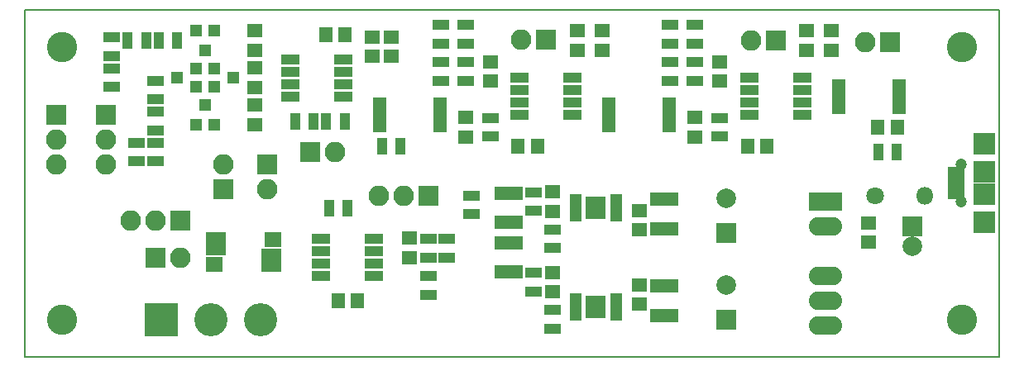
<source format=gbr>
G04 #@! TF.FileFunction,Soldermask,Top*
%FSLAX46Y46*%
G04 Gerber Fmt 4.6, Leading zero omitted, Abs format (unit mm)*
G04 Created by KiCad (PCBNEW 4.0.7) date 03/18/18 13:20:54*
%MOMM*%
%LPD*%
G01*
G04 APERTURE LIST*
%ADD10C,0.100000*%
%ADD11C,0.150000*%
%ADD12R,2.100000X2.100000*%
%ADD13O,2.100000X2.100000*%
%ADD14C,3.100000*%
%ADD15R,2.000000X2.000000*%
%ADD16C,2.000000*%
%ADD17R,1.650000X1.400000*%
%ADD18R,2.900000X1.400000*%
%ADD19R,1.400000X1.650000*%
%ADD20R,1.300000X1.200000*%
%ADD21R,1.200000X1.300000*%
%ADD22R,1.700000X1.100000*%
%ADD23R,1.100000X1.700000*%
%ADD24R,1.400000X3.600000*%
%ADD25R,3.400000X1.900000*%
%ADD26O,3.400000X1.900000*%
%ADD27R,1.290000X0.820000*%
%ADD28R,1.240000X1.340000*%
%ADD29R,1.950000X1.000000*%
%ADD30R,3.400000X3.400000*%
%ADD31C,3.400000*%
%ADD32R,1.800000X0.800000*%
%ADD33C,1.200000*%
%ADD34R,2.300000X2.200000*%
%ADD35R,1.797000X1.543000*%
%ADD36R,2.051000X2.406600*%
%ADD37C,1.800000*%
%ADD38O,1.800000X1.800000*%
G04 APERTURE END LIST*
D10*
D11*
X19050000Y-19050000D02*
X19050000Y-54610000D01*
X118745000Y-19050000D02*
X19050000Y-19050000D01*
X118745000Y-54610000D02*
X118745000Y-19050000D01*
X19050000Y-54610000D02*
X118745000Y-54610000D01*
D12*
X60325000Y-38100000D03*
D13*
X57785000Y-38100000D03*
X55245000Y-38100000D03*
D14*
X114935000Y-50800000D03*
X22860000Y-50800000D03*
X22860000Y-22860000D03*
D15*
X109855000Y-41275000D03*
D16*
X109855000Y-43275000D03*
D17*
X105410000Y-40910000D03*
X105410000Y-42910000D03*
D15*
X90805000Y-50800000D03*
D16*
X90805000Y-47300000D03*
D15*
X90805000Y-41910000D03*
D16*
X90805000Y-38410000D03*
D18*
X84455000Y-50395000D03*
X84455000Y-47395000D03*
X84455000Y-41505000D03*
X84455000Y-38505000D03*
D17*
X81915000Y-49260000D03*
X81915000Y-47260000D03*
X81915000Y-41640000D03*
X81915000Y-39640000D03*
X73025000Y-45990000D03*
X73025000Y-47990000D03*
X73025000Y-39735000D03*
X73025000Y-37735000D03*
D18*
X68580000Y-45950000D03*
X68580000Y-42950000D03*
X68580000Y-40870000D03*
X68580000Y-37870000D03*
D17*
X58420000Y-44450000D03*
X58420000Y-42450000D03*
D19*
X53070000Y-48895000D03*
X51070000Y-48895000D03*
D17*
X42545000Y-21225000D03*
X42545000Y-23225000D03*
X42545000Y-25035000D03*
X42545000Y-27035000D03*
X42545000Y-28845000D03*
X42545000Y-30845000D03*
D19*
X49800000Y-21590000D03*
X51800000Y-21590000D03*
D17*
X56515000Y-23860000D03*
X56515000Y-21860000D03*
X54610000Y-23860000D03*
X54610000Y-21860000D03*
X64135000Y-30115000D03*
X64135000Y-32115000D03*
X66675000Y-24400000D03*
X66675000Y-26400000D03*
X78105000Y-21225000D03*
X78105000Y-23225000D03*
X75565000Y-21225000D03*
X75565000Y-23225000D03*
D19*
X69485000Y-33020000D03*
X71485000Y-33020000D03*
D17*
X87630000Y-30115000D03*
X87630000Y-32115000D03*
X90170000Y-24400000D03*
X90170000Y-26400000D03*
X101600000Y-21225000D03*
X101600000Y-23225000D03*
X99060000Y-21225000D03*
X99060000Y-23225000D03*
D19*
X92980000Y-33020000D03*
X94980000Y-33020000D03*
X108315000Y-31115000D03*
X106315000Y-31115000D03*
D20*
X38370000Y-25085000D03*
X38370000Y-26985000D03*
X40370000Y-26035000D03*
X36560000Y-26985000D03*
X36560000Y-25085000D03*
X34560000Y-26035000D03*
D21*
X38415000Y-21225000D03*
X36515000Y-21225000D03*
X37465000Y-23225000D03*
X36515000Y-30845000D03*
X38415000Y-30845000D03*
X37465000Y-28845000D03*
D12*
X32385000Y-44450000D03*
D13*
X34925000Y-44450000D03*
D12*
X34925000Y-40640000D03*
D13*
X32385000Y-40640000D03*
X29845000Y-40640000D03*
D12*
X39370000Y-37465000D03*
D13*
X39370000Y-34925000D03*
D12*
X43815000Y-34925000D03*
D13*
X43815000Y-37465000D03*
D12*
X27305000Y-29845000D03*
D13*
X27305000Y-32385000D03*
X27305000Y-34925000D03*
D12*
X22225000Y-29845000D03*
D13*
X22225000Y-32385000D03*
X22225000Y-34925000D03*
D12*
X48260000Y-33655000D03*
D13*
X50800000Y-33655000D03*
D22*
X71120000Y-46040000D03*
X71120000Y-47940000D03*
X73025000Y-49850000D03*
X73025000Y-51750000D03*
X73025000Y-43495000D03*
X73025000Y-41595000D03*
X71120000Y-39685000D03*
X71120000Y-37785000D03*
X64770000Y-38105000D03*
X64770000Y-40005000D03*
X62230000Y-42550000D03*
X62230000Y-44450000D03*
X60325000Y-48260000D03*
X60325000Y-46360000D03*
X60325000Y-44450000D03*
X60325000Y-42550000D03*
D23*
X52070000Y-39370000D03*
X50170000Y-39370000D03*
X31430000Y-22225000D03*
X29530000Y-22225000D03*
D22*
X27940000Y-23810000D03*
X27940000Y-21910000D03*
X27940000Y-25085000D03*
X27940000Y-26985000D03*
X30480000Y-34605000D03*
X30480000Y-32705000D03*
X32385000Y-32705000D03*
X32385000Y-34605000D03*
X32385000Y-29530000D03*
X32385000Y-31430000D03*
D23*
X34605000Y-22225000D03*
X32705000Y-22225000D03*
D22*
X32385000Y-26355000D03*
X32385000Y-28255000D03*
D23*
X51750000Y-30480000D03*
X49850000Y-30480000D03*
X48575000Y-30480000D03*
X46675000Y-30480000D03*
X55565000Y-33020000D03*
X57465000Y-33020000D03*
D24*
X61520000Y-29845000D03*
X55320000Y-29845000D03*
D22*
X66675000Y-30165000D03*
X66675000Y-32065000D03*
X61595000Y-24450000D03*
X61595000Y-26350000D03*
X64135000Y-24450000D03*
X64135000Y-26350000D03*
X61595000Y-20640000D03*
X61595000Y-22540000D03*
X64135000Y-20640000D03*
X64135000Y-22540000D03*
D24*
X85015000Y-29845000D03*
X78815000Y-29845000D03*
D22*
X90170000Y-30165000D03*
X90170000Y-32065000D03*
X85090000Y-24450000D03*
X85090000Y-26350000D03*
X87630000Y-24450000D03*
X87630000Y-26350000D03*
X85090000Y-20640000D03*
X85090000Y-22540000D03*
X87630000Y-20640000D03*
X87630000Y-22540000D03*
D24*
X108510000Y-27940000D03*
X102310000Y-27940000D03*
D23*
X108265000Y-33655000D03*
X106365000Y-33655000D03*
D25*
X100965000Y-38735000D03*
D26*
X100965000Y-41275000D03*
X100965000Y-46355000D03*
X100965000Y-48895000D03*
X100965000Y-51435000D03*
D27*
X75365000Y-48555000D03*
X75365000Y-49205000D03*
X75365000Y-49855000D03*
X75365000Y-50505000D03*
X79575000Y-50505000D03*
X79575000Y-49855000D03*
X79575000Y-49205000D03*
X79575000Y-48555000D03*
D28*
X77890000Y-50000000D03*
X77890000Y-49060000D03*
X77050000Y-50000000D03*
X77050000Y-49060000D03*
D27*
X75365000Y-38395000D03*
X75365000Y-39045000D03*
X75365000Y-39695000D03*
X75365000Y-40345000D03*
X79575000Y-40345000D03*
X79575000Y-39695000D03*
X79575000Y-39045000D03*
X79575000Y-38395000D03*
D28*
X77890000Y-39840000D03*
X77890000Y-38900000D03*
X77050000Y-39840000D03*
X77050000Y-38900000D03*
D29*
X54770000Y-46355000D03*
X54770000Y-45085000D03*
X54770000Y-43815000D03*
X54770000Y-42545000D03*
X49370000Y-42545000D03*
X49370000Y-43815000D03*
X49370000Y-45085000D03*
X49370000Y-46355000D03*
X46195000Y-24130000D03*
X46195000Y-25400000D03*
X46195000Y-26670000D03*
X46195000Y-27940000D03*
X51595000Y-27940000D03*
X51595000Y-26670000D03*
X51595000Y-25400000D03*
X51595000Y-24130000D03*
X69690000Y-26035000D03*
X69690000Y-27305000D03*
X69690000Y-28575000D03*
X69690000Y-29845000D03*
X75090000Y-29845000D03*
X75090000Y-28575000D03*
X75090000Y-27305000D03*
X75090000Y-26035000D03*
X93185000Y-26035000D03*
X93185000Y-27305000D03*
X93185000Y-28575000D03*
X93185000Y-29845000D03*
X98585000Y-29845000D03*
X98585000Y-28575000D03*
X98585000Y-27305000D03*
X98585000Y-26035000D03*
D30*
X33020000Y-50800000D03*
D31*
X38100000Y-50800000D03*
X43180000Y-50800000D03*
D32*
X114365000Y-38130000D03*
X114365000Y-37480000D03*
X114365000Y-36830000D03*
X114365000Y-36180000D03*
X114365000Y-35530000D03*
D33*
X114865000Y-34930000D03*
X114865000Y-38730000D03*
D34*
X117215000Y-32830000D03*
X117215000Y-35680000D03*
X117215000Y-37980000D03*
X117215000Y-40830000D03*
D12*
X72390000Y-22098000D03*
D13*
X69850000Y-22098000D03*
D12*
X95885000Y-22225000D03*
D13*
X93345000Y-22225000D03*
D12*
X107569000Y-22352000D03*
D13*
X105029000Y-22352000D03*
D14*
X114935000Y-22860000D03*
D35*
X38417500Y-45148500D03*
X44386500Y-42608500D03*
D36*
X38544500Y-43040300D03*
X44259500Y-44716700D03*
D37*
X106045000Y-38100000D03*
D38*
X111125000Y-38100000D03*
M02*

</source>
